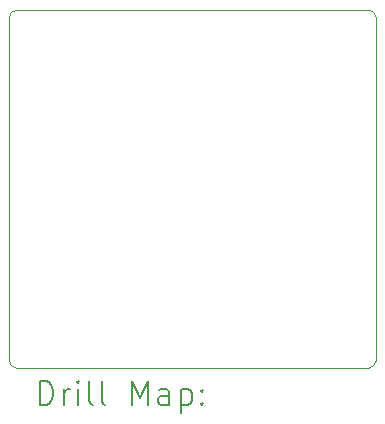
<source format=gbr>
%TF.GenerationSoftware,KiCad,Pcbnew,8.0.6-8.0.6-0~ubuntu22.04.1*%
%TF.CreationDate,2024-12-18T19:37:16+01:00*%
%TF.ProjectId,Xplore ERC IMU HAT,58706c6f-7265-4204-9552-4320494d5520,rev?*%
%TF.SameCoordinates,Original*%
%TF.FileFunction,Drillmap*%
%TF.FilePolarity,Positive*%
%FSLAX45Y45*%
G04 Gerber Fmt 4.5, Leading zero omitted, Abs format (unit mm)*
G04 Created by KiCad (PCBNEW 8.0.6-8.0.6-0~ubuntu22.04.1) date 2024-12-18 19:37:16*
%MOMM*%
%LPD*%
G01*
G04 APERTURE LIST*
%ADD10C,0.050000*%
%ADD11C,0.200000*%
G04 APERTURE END LIST*
D10*
X16110026Y-9329431D02*
G75*
G02*
X16054604Y-9384856I-55426J1D01*
G01*
X13010000Y-6415000D02*
G75*
G02*
X13065000Y-6360586I55040J-630D01*
G01*
X16110000Y-6415150D02*
X16110026Y-9329431D01*
X13065629Y-9385593D02*
G75*
G02*
X13009997Y-9330000I1J55633D01*
G01*
X13010000Y-9330000D02*
X13010000Y-6415000D01*
X13065000Y-6360590D02*
X16054578Y-6359729D01*
X16054578Y-6359729D02*
G75*
G02*
X16110001Y-6415150I2J-55421D01*
G01*
X16054604Y-9384853D02*
X13065629Y-9385593D01*
D11*
X13268277Y-9699577D02*
X13268277Y-9499577D01*
X13268277Y-9499577D02*
X13315896Y-9499577D01*
X13315896Y-9499577D02*
X13344467Y-9509101D01*
X13344467Y-9509101D02*
X13363515Y-9528149D01*
X13363515Y-9528149D02*
X13373039Y-9547196D01*
X13373039Y-9547196D02*
X13382562Y-9585291D01*
X13382562Y-9585291D02*
X13382562Y-9613863D01*
X13382562Y-9613863D02*
X13373039Y-9651958D01*
X13373039Y-9651958D02*
X13363515Y-9671006D01*
X13363515Y-9671006D02*
X13344467Y-9690053D01*
X13344467Y-9690053D02*
X13315896Y-9699577D01*
X13315896Y-9699577D02*
X13268277Y-9699577D01*
X13468277Y-9699577D02*
X13468277Y-9566244D01*
X13468277Y-9604339D02*
X13477801Y-9585291D01*
X13477801Y-9585291D02*
X13487324Y-9575768D01*
X13487324Y-9575768D02*
X13506372Y-9566244D01*
X13506372Y-9566244D02*
X13525420Y-9566244D01*
X13592086Y-9699577D02*
X13592086Y-9566244D01*
X13592086Y-9499577D02*
X13582562Y-9509101D01*
X13582562Y-9509101D02*
X13592086Y-9518625D01*
X13592086Y-9518625D02*
X13601610Y-9509101D01*
X13601610Y-9509101D02*
X13592086Y-9499577D01*
X13592086Y-9499577D02*
X13592086Y-9518625D01*
X13715896Y-9699577D02*
X13696848Y-9690053D01*
X13696848Y-9690053D02*
X13687324Y-9671006D01*
X13687324Y-9671006D02*
X13687324Y-9499577D01*
X13820658Y-9699577D02*
X13801610Y-9690053D01*
X13801610Y-9690053D02*
X13792086Y-9671006D01*
X13792086Y-9671006D02*
X13792086Y-9499577D01*
X14049229Y-9699577D02*
X14049229Y-9499577D01*
X14049229Y-9499577D02*
X14115896Y-9642434D01*
X14115896Y-9642434D02*
X14182562Y-9499577D01*
X14182562Y-9499577D02*
X14182562Y-9699577D01*
X14363515Y-9699577D02*
X14363515Y-9594815D01*
X14363515Y-9594815D02*
X14353991Y-9575768D01*
X14353991Y-9575768D02*
X14334943Y-9566244D01*
X14334943Y-9566244D02*
X14296848Y-9566244D01*
X14296848Y-9566244D02*
X14277801Y-9575768D01*
X14363515Y-9690053D02*
X14344467Y-9699577D01*
X14344467Y-9699577D02*
X14296848Y-9699577D01*
X14296848Y-9699577D02*
X14277801Y-9690053D01*
X14277801Y-9690053D02*
X14268277Y-9671006D01*
X14268277Y-9671006D02*
X14268277Y-9651958D01*
X14268277Y-9651958D02*
X14277801Y-9632910D01*
X14277801Y-9632910D02*
X14296848Y-9623387D01*
X14296848Y-9623387D02*
X14344467Y-9623387D01*
X14344467Y-9623387D02*
X14363515Y-9613863D01*
X14458753Y-9566244D02*
X14458753Y-9766244D01*
X14458753Y-9575768D02*
X14477801Y-9566244D01*
X14477801Y-9566244D02*
X14515896Y-9566244D01*
X14515896Y-9566244D02*
X14534943Y-9575768D01*
X14534943Y-9575768D02*
X14544467Y-9585291D01*
X14544467Y-9585291D02*
X14553991Y-9604339D01*
X14553991Y-9604339D02*
X14553991Y-9661482D01*
X14553991Y-9661482D02*
X14544467Y-9680529D01*
X14544467Y-9680529D02*
X14534943Y-9690053D01*
X14534943Y-9690053D02*
X14515896Y-9699577D01*
X14515896Y-9699577D02*
X14477801Y-9699577D01*
X14477801Y-9699577D02*
X14458753Y-9690053D01*
X14639705Y-9680529D02*
X14649229Y-9690053D01*
X14649229Y-9690053D02*
X14639705Y-9699577D01*
X14639705Y-9699577D02*
X14630182Y-9690053D01*
X14630182Y-9690053D02*
X14639705Y-9680529D01*
X14639705Y-9680529D02*
X14639705Y-9699577D01*
X14639705Y-9575768D02*
X14649229Y-9585291D01*
X14649229Y-9585291D02*
X14639705Y-9594815D01*
X14639705Y-9594815D02*
X14630182Y-9585291D01*
X14630182Y-9585291D02*
X14639705Y-9575768D01*
X14639705Y-9575768D02*
X14639705Y-9594815D01*
M02*

</source>
